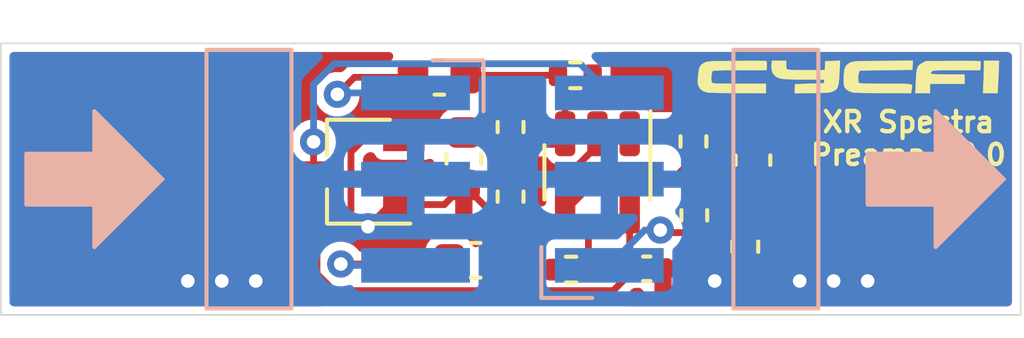
<source format=kicad_pcb>
(kicad_pcb (version 20211014) (generator pcbnew)
  (layers (0 "F.Cu" signal) (31 "B.Cu" signal) (34 "B.Paste" user) (35 "F.Paste" user) (36 "B.SilkS" user "B.Silkscreen") (37 "F.SilkS" user "F.Silkscreen") (38 "B.Mask" user) (39 "F.Mask" user) (44 "Edge.Cuts" user))
  (net 0 "")
  (net 1 "GND")
  (net 2 "Net-(C1-Pad1)")
  (net 3 "in+")
  (net 4 "Net-(C2-Pad1)")
  (net 5 "out")
  (net 6 "Net-(C3-Pad1)")
  (net 7 "vcc")
  (net 8 "in-")
  (net 9 "v+")
  (net 10 "/opamp_out")
  (net 11 "/op_amp+")
  (net 12 "/op_amp-")
  (footprint "Capacitor_SMD:C_0603_1608Metric" (layer "F.Cu") (at 114.97 92.39 180)
    (fp_text reference "C2" hide)
    (fp_text value "10uF")
    (fp_line (start -0.14058 -0.51) (end 0.14058 -0.51) (layer "F.SilkS") (width 0.12))
    (fp_line (start -0.14058 0.51) (end 0.14058 0.51) (layer "F.SilkS") (width 0.12))
    (pad "1" smd roundrect (at -0.775 0 180) (size 0.9 0.95) (layers "F.Cu" "F.Paste" "F.Mask") (net 4 "Net-(C2-Pad1)"))
    (pad "2" smd roundrect (at 0.775 0 180) (size 0.9 0.95) (layers "F.Cu" "F.Paste" "F.Mask") (net 8 "in-"))
  )
  (footprint "Capacitor_SMD:C_0603_1608Metric" (layer "F.Cu") (at 113.9 87 180)
    (fp_text reference "C1" hide)
    (fp_text value "10uF")
    (fp_line (start -0.14058 -0.51) (end 0.14058 -0.51) (layer "F.SilkS") (width 0.12))
    (fp_line (start -0.14058 0.51) (end 0.14058 0.51) (layer "F.SilkS") (width 0.12))
    (pad "1" smd roundrect (at -0.775 0 180) (size 0.9 0.95) (layers "F.Cu" "F.Paste" "F.Mask") (net 2 "Net-(C1-Pad1)"))
    (pad "2" smd roundrect (at 0.775 0 180) (size 0.9 0.95) (layers "F.Cu" "F.Paste" "F.Mask") (net 3 "in+"))
  )
  (footprint "Capacitor_SMD:C_0603_1608Metric" (layer "F.Cu") (at 123.125 89.44 90)
    (fp_text reference "C3" hide)
    (fp_text value "10uF")
    (fp_line (start -0.14058 0.51) (end 0.14058 0.51) (layer "F.SilkS") (width 0.12))
    (fp_line (start -0.14058 -0.51) (end 0.14058 -0.51) (layer "F.SilkS") (width 0.12))
    (pad "1" smd roundrect (at -0.775 0 90) (size 0.9 0.95) (layers "F.Cu" "F.Paste" "F.Mask") (net 6 "Net-(C3-Pad1)"))
    (pad "2" smd roundrect (at 0.775 0 90) (size 0.9 0.95) (layers "F.Cu" "F.Paste" "F.Mask") (net 10 "/opamp_out"))
  )
  (footprint "Resistor_SMD:R_0402_1005Metric" (layer "F.Cu") (at 117.9 86.94 180)
    (fp_text reference "R1" hide)
    (fp_text value "10k")
    (fp_line (start -0.153641 0.38) (end 0.153641 0.38) (layer "F.SilkS") (width 0.12))
    (fp_line (start -0.153641 -0.38) (end 0.153641 -0.38) (layer "F.SilkS") (width 0.12))
    (pad "1" smd roundrect (at -0.51 0 180) (size 0.54 0.64) (layers "F.Cu" "F.Paste" "F.Mask") (net 11 "/op_amp+"))
    (pad "2" smd roundrect (at 0.51 0 180) (size 0.54 0.64) (layers "F.Cu" "F.Paste" "F.Mask") (net 2 "Net-(C1-Pad1)"))
  )
  (footprint "Resistor_SMD:R_0402_1005Metric" (layer "F.Cu") (at 115.995 90.515 -90)
    (fp_text reference "R4" hide)
    (fp_text value "300k")
    (fp_line (start -0.153641 0.38) (end 0.153641 0.38) (layer "F.SilkS") (width 0.12))
    (fp_line (start -0.153641 -0.38) (end 0.153641 -0.38) (layer "F.SilkS") (width 0.12))
    (pad "1" smd roundrect (at -0.51 0 270) (size 0.54 0.64) (layers "F.Cu" "F.Paste" "F.Mask") (net 11 "/op_amp+"))
    (pad "2" smd roundrect (at 0.51 0 270) (size 0.54 0.64) (layers "F.Cu" "F.Paste" "F.Mask") (net 1 "GND"))
  )
  (footprint "Resistor_SMD:R_0402_1005Metric" (layer "F.Cu") (at 121.375 88.89 90)
    (fp_text reference "R5" hide)
    (fp_text value "150k")
    (fp_line (start -0.153641 -0.38) (end 0.153641 -0.38) (layer "F.SilkS") (width 0.12))
    (fp_line (start -0.153641 0.38) (end 0.153641 0.38) (layer "F.SilkS") (width 0.12))
    (pad "1" smd roundrect (at -0.51 0 90) (size 0.54 0.64) (layers "F.Cu" "F.Paste" "F.Mask") (net 12 "/op_amp-"))
    (pad "2" smd roundrect (at 0.51 0 90) (size 0.54 0.64) (layers "F.Cu" "F.Paste" "F.Mask") (net 10 "/opamp_out"))
  )
  (footprint "Capacitor_SMD:C_0603_1608Metric" (layer "F.Cu") (at 114.62 89.4 -90)
    (fp_text reference "C4" hide)
    (fp_text value "4.7uF")
    (fp_line (start -0.14058 0.51) (end 0.14058 0.51) (layer "F.SilkS") (width 0.12))
    (fp_line (start -0.14058 -0.51) (end 0.14058 -0.51) (layer "F.SilkS") (width 0.12))
    (pad "1" smd roundrect (at -0.775 0 270) (size 0.9 0.95) (layers "F.Cu" "F.Paste" "F.Mask") (net 7 "vcc"))
    (pad "2" smd roundrect (at 0.775 0 270) (size 0.9 0.95) (layers "F.Cu" "F.Paste" "F.Mask") (net 1 "GND"))
  )
  (footprint "Capacitor_SMD:C_0402_1005Metric" (layer "F.Cu") (at 120 92.64)
    (fp_text reference "C5" hide)
    (fp_text value "0.1uF")
    (fp_line (start -0.107836 0.36) (end 0.107836 0.36) (layer "F.SilkS") (width 0.12))
    (fp_line (start -0.107836 -0.36) (end 0.107836 -0.36) (layer "F.SilkS") (width 0.12))
    (pad "1" smd roundrect (at -0.48 0) (size 0.56 0.62) (layers "F.Cu" "F.Paste" "F.Mask") (net 7 "vcc"))
    (pad "2" smd roundrect (at 0.48 0) (size 0.56 0.62) (layers "F.Cu" "F.Paste" "F.Mask") (net 1 "GND"))
  )
  (footprint "Resistor_SMD:R_0402_1005Metric" (layer "F.Cu") (at 121.4 91.065 90)
    (fp_text reference "R7" hide)
    (fp_text value "4.7k")
    (fp_line (start -0.153641 -0.38) (end 0.153641 -0.38) (layer "F.SilkS") (width 0.12))
    (fp_line (start -0.153641 0.38) (end 0.153641 0.38) (layer "F.SilkS") (width 0.12))
    (pad "1" smd roundrect (at -0.51 0 90) (size 0.54 0.64) (layers "F.Cu" "F.Paste" "F.Mask") (net 5 "out"))
    (pad "2" smd roundrect (at 0.51 0 90) (size 0.54 0.64) (layers "F.Cu" "F.Paste" "F.Mask") (net 6 "Net-(C3-Pad1)"))
  )
  (footprint "Resistor_SMD:R_0402_1005Metric" (layer "F.Cu") (at 115.995 88.465 -90)
    (fp_text reference "R3" hide)
    (fp_text value "300k")
    (fp_line (start -0.153641 0.38) (end 0.153641 0.38) (layer "F.SilkS") (width 0.12))
    (fp_line (start -0.153641 -0.38) (end 0.153641 -0.38) (layer "F.SilkS") (width 0.12))
    (pad "1" smd roundrect (at -0.51 0 270) (size 0.54 0.64) (layers "F.Cu" "F.Paste" "F.Mask") (net 7 "vcc"))
    (pad "2" smd roundrect (at 0.51 0 270) (size 0.54 0.64) (layers "F.Cu" "F.Paste" "F.Mask") (net 11 "/op_amp+"))
  )
  (footprint "cycfi_library:cycfi-logo-9mm" (layer "F.Cu") (at 125.9 87)
    (fp_text reference "G***" hide)
    (fp_text value "LOGO" hide)
    (fp_poly (pts (xy -2.606136 -0.484692) (xy -2.500269 -0.483905) (xy -2.425954 -0.482649) (xy -2.387852 -0.480938) (xy -2.384106 -0.480311) (xy -2.370245 -0.453216) (xy -2.36575 -0.388498) (xy -2.367255 -0.341398) (xy -2.374427 -0.211667) (xy -3.150422 -0.211343) (xy -3.33571 -0.210743) (xy -3.505238 -0.209178) (xy -3.654479 -0.20676) (xy -3.778906 -0.2036) (xy -3.873992 -0.19981) (xy -3.935213 -0.195502) (xy -3.957405 -0.191419) (xy -3.975999 -0.15948) (xy -3.989729 -0.098927) (xy -3.997754 -0.023285) (xy -3.999235 0.053917) (xy -3.993334 0.119154) (xy -3.97921 0.158898) (xy -3.979143 0.158979) (xy -3.967139 0.167304) (xy -3.943693 0.174062) (xy -3.904843 0.179408) (xy -3.846632 0.183497) (xy -3.7651 0.186482) (xy -3.656288 0.18852) (xy -3.516237 0.189765) (xy -3.340987 0.190371) (xy -3.172408 0.1905) (xy -2.391833 0.1905) (xy -2.391833 0.465667) (xy -3.212042 0.463347) (xy -3.39843 0.462351) (xy -3.574922 0.460516) (xy -3.736234 0.457962) (xy -3.877083 0.454811) (xy -3.992184 0.451184) (xy -4.076253 0.447201) (xy -4.124007 0.442984) (xy -4.127468 0.442387) (xy -4.237424 0.406226) (xy -4.317774 0.344038) (xy -4.366982 0.269317) (xy -4.383859 0.230137) (xy -4.393526 0.189014) (xy -4.396618 0.135756) (xy -4.39377 0.060173) (xy -4.386272 -0.04003) (xy -4.373227 -0.166481) (xy -4.355529 -0.258677) (xy -4.329216 -0.324693) (xy -4.290324 -0.372602) (xy -4.234887 -0.410476) (xy -4.194507 -0.430605) (xy -4.168235 -0.442062) (xy -4.140875 -0.451473) (xy -4.108083 -0.459078) (xy -4.065515 -0.465119) (xy -4.008825 -0.469836) (xy -3.93367 -0.47347) (xy -3.835704 -0.476262) (xy -3.710584 -0.478454) (xy -3.553965 -0.480285) (xy -3.361503 -0.481997) (xy -3.251939 -0.482872) (xy -3.066458 -0.484099) (xy -2.893891 -0.484802) (xy -2.738897 -0.484995) (xy -2.606136 -0.484692)) (layer "F.SilkS") (width 0.01) (fill solid))
    (fp_poly (pts (xy 3.601083 -0.483366) (xy 3.725598 -0.481781) (xy 3.82245 -0.479437) (xy 3.886895 -0.476397) (xy 3.914183 -0.472723) (xy 3.914655 -0.472363) (xy 3.921066 -0.44327) (xy 3.922702 -0.386107) (xy 3.920451 -0.333375) (xy 3.911915 -0.211667) (xy 3.216886 -0.211667) (xy 3.023888 -0.211452) (xy 2.868889 -0.210674) (xy 2.747557 -0.209136) (xy 2.65556 -0.206639) (xy 2.588566 -0.202987) (xy 2.542242 -0.19798) (xy 2.512256 -0.191422) (xy 2.494275 -0.183114) (xy 2.488595 -0.178405) (xy 2.461562 -0.138698) (xy 2.455333 -0.114905) (xy 2.461169 -0.105134) (xy 2.481784 -0.097653) (xy 2.521844 -0.092178) (xy 2.586011 -0.088426) (xy 2.67895 -0.086113) (xy 2.805325 -0.084955) (xy 2.95275 -0.084667) (xy 3.450167 -0.084667) (xy 3.450167 0.1905) (xy 2.434167 0.1905) (xy 2.434167 0.465667) (xy 2.004584 0.465667) (xy 2.01942 0.121708) (xy 2.02731 -0.031755) (xy 2.037499 -0.149212) (xy 2.052219 -0.23699) (xy 2.073707 -0.301417) (xy 2.104196 -0.348819) (xy 2.145921 -0.385524) (xy 2.201117 -0.417858) (xy 2.211917 -0.423333) (xy 2.31775 -0.47625) (xy 3.109037 -0.482946) (xy 3.288056 -0.484011) (xy 3.453654 -0.48413) (xy 3.601083 -0.483366)) (layer "F.SilkS") (width 0.01) (fill solid))
    (fp_poly (pts (xy 1.921918 -0.355825) (xy 1.915583 -0.22225) (xy 1.143613 -0.211667) (xy 0.371644 -0.201083) (xy 0.344884 -0.148167) (xy 0.328601 -0.094057) (xy 0.320004 -0.02106) (xy 0.319185 0.056027) (xy 0.326238 0.122406) (xy 0.341256 0.163279) (xy 0.3429 0.1651) (xy 0.362102 0.172266) (xy 0.405894 0.178099) (xy 0.477147 0.182691) (xy 0.578729 0.186134) (xy 0.713509 0.18852) (xy 0.884355 0.18994) (xy 1.094138 0.190487) (xy 1.13665 0.1905) (xy 1.340032 0.190204) (xy 1.504955 0.18992) (xy 1.635284 0.190555) (xy 1.734882 0.193014) (xy 1.807616 0.198202) (xy 1.857349 0.207027) (xy 1.887946 0.220394) (xy 1.903272 0.239209) (xy 1.907192 0.264378) (xy 1.90357 0.296807) (xy 1.896271 0.337402) (xy 1.891539 0.367462) (xy 1.878079 0.465667) (xy 1.060748 0.463232) (xy 0.87575 0.462306) (xy 0.701564 0.460719) (xy 0.543319 0.458569) (xy 0.406143 0.455958) (xy 0.295162 0.452986) (xy 0.215506 0.449752) (xy 0.172301 0.446356) (xy 0.169333 0.44585) (xy 0.056788 0.409176) (xy -0.029687 0.352104) (xy -0.075909 0.292803) (xy -0.091755 0.252184) (xy -0.101041 0.199171) (xy -0.10458 0.124505) (xy -0.103181 0.018926) (xy -0.102323 -0.008464) (xy -0.09448 -0.141822) (xy -0.078914 -0.240873) (xy -0.052158 -0.313429) (xy -0.010749 -0.3673) (xy 0.048777 -0.410298) (xy 0.084204 -0.429075) (xy 0.108919 -0.440707) (xy 0.134212 -0.45029) (xy 0.164316 -0.45806) (xy 0.203464 -0.46425) (xy 0.255888 -0.469096) (xy 0.325819 -0.472831) (xy 0.417492 -0.475691) (xy 0.535137 -0.47791) (xy 0.682987 -0.479723) (xy 0.865275 -0.481363) (xy 1.054085 -0.482825) (xy 1.928253 -0.489399) (xy 1.921918 -0.355825)) (layer "F.SilkS") (width 0.01) (fill solid))
    (fp_poly (pts (xy -0.223543 -0.270606) (xy -0.232269 -0.094549) (xy -0.241056 0.044392) (xy -0.251401 0.151406) (xy -0.264802 0.231686) (xy -0.282756 0.290423) (xy -0.306759 0.332809) (xy -0.33831 0.364035) (xy -0.378906 0.389293) (xy -0.419545 0.408986) (xy -0.453791 0.423383) (xy -0.489979 0.434549) (xy -0.534112 0.443002) (xy -0.59219 0.44926) (xy -0.670217 0.453843) (xy -0.774192 0.457268) (xy -0.910118 0.460055) (xy -1.032935 0.461984) (xy -1.547287 0.469538) (xy -1.540935 0.335311) (xy -1.534583 0.201083) (xy -1.11125 0.189366) (xy -0.982182 0.185603) (xy -0.868453 0.181922) (xy -0.776504 0.178563) (xy -0.712772 0.175763) (xy -0.683699 0.173761) (xy -0.682625 0.173491) (xy -0.678616 0.15187) (xy -0.677333 0.116417) (xy -0.677333 0.0635) (xy -1.258375 0.0635) (xy -1.461394 0.062852) (xy -1.626894 0.060494) (xy -1.759675 0.0558) (xy -1.864537 0.048147) (xy -1.94628 0.03691) (xy -2.009705 0.021465) (xy -2.059613 0.001188) (xy -2.100802 -0.024544) (xy -2.131273 -0.050002) (xy -2.192661 -0.126738) (xy -2.224959 -0.221127) (xy -2.23039 -0.340742) (xy -2.227546 -0.37827) (xy -2.217114 -0.486833) (xy -1.799167 -0.486833) (xy -1.799167 -0.37465) (xy -1.794628 -0.30631) (xy -1.783016 -0.25406) (xy -1.773767 -0.237067) (xy -1.751575 -0.228564) (xy -1.701935 -0.221953) (xy -1.621767 -0.217096) (xy -1.507991 -0.213858) (xy -1.357526 -0.2121) (xy -1.203277 -0.211667) (xy -0.658187 -0.211667) (xy -0.651885 -0.343958) (xy -0.645583 -0.47625) (xy -0.429466 -0.482273) (xy -0.213349 -0.488295) (xy -0.223543 -0.270606)) (layer "F.SilkS") (width 0.01) (fill solid))
    (fp_poly (pts (xy 4.454186 -0.206375) (xy 4.448975 -0.07829) (xy 4.44287 0.056618) (xy 4.436672 0.181339) (xy 4.431735 0.269875) (xy 4.419882 0.465667) (xy 3.99389 0.465667) (xy 4.007778 0.144801) (xy 4.012847 0.01691) (xy 4.017088 -0.110605) (xy 4.020126 -0.224952) (xy 4.02159 -0.313337) (xy 4.021667 -0.331449) (xy 4.021667 -0.486833) (xy 4.464785 -0.486833) (xy 4.454186 -0.206375)) (layer "F.SilkS") (width 0.01) (fill solid))
  )
  (footprint "Resistor_SMD:R_0402_1005Metric" (layer "F.Cu") (at 117.775 92.665)
    (fp_text reference "R2" hide)
    (fp_text value "10k")
    (fp_line (start -0.153641 -0.38) (end 0.153641 -0.38) (layer "F.SilkS") (width 0.12))
    (fp_line (start -0.153641 0.38) (end 0.153641 0.38) (layer "F.SilkS") (width 0.12))
    (pad "1" smd roundrect (at -0.51 0) (size 0.54 0.64) (layers "F.Cu" "F.Paste" "F.Mask") (net 4 "Net-(C2-Pad1)"))
    (pad "2" smd roundrect (at 0.51 0) (size 0.54 0.64) (layers "F.Cu" "F.Paste" "F.Mask") (net 12 "/op_amp-"))
  )
  (footprint "Package_TO_SOT_SMD:SOT-23-5" (layer "F.Cu") (at 118.55 89.8 -90)
    (fp_text reference "U1" hide)
    (fp_text value "TLV170IDBV")
    (fp_line (start 0 1.56) (end 0.8 1.56) (layer "F.SilkS") (width 0.12))
    (fp_line (start 0 1.56) (end -0.8 1.56) (layer "F.SilkS") (width 0.12))
    (fp_line (start 0 -1.56) (end -1.8 -1.56) (layer "F.SilkS") (width 0.12))
    (fp_line (start 0 -1.56) (end 0.8 -1.56) (layer "F.SilkS") (width 0.12))
    (pad "1" smd roundrect (at -1.1375 -0.95 270) (size 1.325 0.6) (layers "F.Cu" "F.Paste" "F.Mask") (net 10 "/opamp_out"))
    (pad "2" smd roundrect (at -1.1375 0 270) (size 1.325 0.6) (layers "F.Cu" "F.Paste" "F.Mask") (net 1 "GND"))
    (pad "3" smd roundrect (at -1.1375 0.95 270) (size 1.325 0.6) (layers "F.Cu" "F.Paste" "F.Mask") (net 11 "/op_amp+"))
    (pad "4" smd roundrect (at 1.1375 0.95 270) (size 1.325 0.6) (layers "F.Cu" "F.Paste" "F.Mask") (net 12 "/op_amp-"))
    (pad "5" smd roundrect (at 1.1375 -0.95 270) (size 1.325 0.6) (layers "F.Cu" "F.Paste" "F.Mask") (net 7 "vcc"))
  )
  (footprint "Resistor_SMD:R_0402_1005Metric" (layer "F.Cu") (at 122.9 91.99 -90)
    (fp_text reference "R6" hide)
    (fp_text value "47k")
    (fp_line (start -0.153641 0.38) (end 0.153641 0.38) (layer "F.SilkS") (width 0.12))
    (fp_line (start -0.153641 -0.38) (end 0.153641 -0.38) (layer "F.SilkS") (width 0.12))
    (pad "1" smd roundrect (at -0.51 0 270) (size 0.54 0.64) (layers "F.Cu" "F.Paste" "F.Mask") (net 6 "Net-(C3-Pad1)"))
    (pad "2" smd roundrect (at 0.51 0 270) (size 0.54 0.64) (layers "F.Cu" "F.Paste" "F.Mask") (net 1 "GND"))
  )
  (footprint "Package_TO_SOT_SMD:TSOT-23" (layer "F.Cu") (at 111.545 89.8 180)
    (fp_text reference "Q1" hide)
    (fp_text value "q_pmos_gsd")
    (fp_line (start 0.93 -1.51) (end -1.5 -1.51) (layer "F.SilkS") (width 0.12))
    (fp_line (start 0.95 -1.5) (end 0.95 -0.5) (layer "F.SilkS") (width 0.12))
    (fp_line (start 0.95 0.5) (end 0.95 1.55) (layer "F.SilkS") (width 0.12))
    (fp_line (start 0.95 1.55) (end -0.9 1.55) (layer "F.SilkS") (width 0.12))
    (pad "1" smd rect (at -1.31 -0.95 180) (size 1.22 0.65) (layers "F.Cu" "F.Paste" "F.Mask") (net 1 "GND"))
    (pad "2" smd rect (at -1.31 0.95 180) (size 1.22 0.65) (layers "F.Cu" "F.Paste" "F.Mask") (net 7 "vcc"))
    (pad "3" smd rect (at 1.31 0 180) (size 1.22 0.65) (layers "F.Cu" "F.Paste" "F.Mask") (net 9 "v+"))
  )
  (footprint "cycfi_library:pin_header_1x3p_2.54mm_smd_horizontal" (layer "B.Cu") (at 118.9 92.54)
    (fp_text reference "J2" hide)
    (fp_text value "conn_1x3" hide)
    (fp_line (start 3.65 1.27) (end 6.15 1.27) (layer "B.SilkS") (width 0.12))
    (fp_line (start -2 0.96) (end -0.5 0.96) (layer "B.SilkS") (width 0.12))
    (fp_line (start 3.65 1.27) (end 3.65 -6.35) (layer "B.SilkS") (width 0.12))
    (fp_line (start -2 -0.54) (end -2 0.96) (layer "B.SilkS") (width 0.12))
    (fp_line (start 6.15 1.27) (end 6.15 -6.35) (layer "B.SilkS") (width 0.12))
    (fp_line (start 3.65 -6.35) (end 6.15 -6.35) (layer "B.SilkS") (width 0.12))
    (pad "1" smd rect (at 0 0) (size 3.2 1.02) (layers "B.Cu" "B.Paste" "B.Mask") (net 5 "out"))
    (pad "2" smd rect (at 0 -2.54) (size 3.2 1.02) (layers "B.Cu" "B.Paste" "B.Mask") (net 1 "GND"))
    (pad "3" smd rect (at 0 -5.08) (size 3.2 1.02) (layers "B.Cu" "B.Paste" "B.Mask") (net 9 "v+"))
  )
  (footprint "cycfi_library:pin_header_1x3p_2.54mm_smd_horizontal" (layer "B.Cu") (at 113.2 87.46 180)
    (fp_text reference "J1" hide)
    (fp_text value "conn_1x3" hide)
    (fp_line (start 3.65 1.27) (end 3.65 -6.35) (layer "B.SilkS") (width 0.12))
    (fp_line (start -2 0.96) (end -0.5 0.96) (layer "B.SilkS") (width 0.12))
    (fp_line (start 3.65 1.27) (end 6.15 1.27) (layer "B.SilkS") (width 0.12))
    (fp_line (start 3.65 -6.35) (end 6.15 -6.35) (layer "B.SilkS") (width 0.12))
    (fp_line (start 6.15 1.27) (end 6.15 -6.35) (layer "B.SilkS") (width 0.12))
    (fp_line (start -2 -0.54) (end -2 0.96) (layer "B.SilkS") (width 0.12))
    (pad "1" smd rect (at 0 0 180) (size 3.2 1.02) (layers "B.Cu" "B.Paste" "B.Mask") (net 3 "in+"))
    (pad "2" smd rect (at 0 -2.54 180) (size 3.2 1.02) (layers "B.Cu" "B.Paste" "B.Mask") (net 1 "GND"))
    (pad "3" smd rect (at 0 -5.08 180) (size 3.2 1.02) (layers "B.Cu" "B.Paste" "B.Mask") (net 8 "in-"))
  )
  (gr_poly (pts (xy 105.75 90) (xy 103.75 92) (xy 103.75 90.75) (xy 101.75 90.75) (xy 101.75 89.25) (xy 103.75 89.25) (xy 103.75 88)) (layer "B.SilkS") (width 0.12) (fill solid))
  (gr_poly (pts (xy 130.5 90) (xy 128.5 92) (xy 128.5 90.75) (xy 126.5 90.75) (xy 126.5 89.25) (xy 128.5 89.25) (xy 128.5 88)) (layer "B.SilkS") (width 0.12) (fill solid))
  (gr_rect (start 101 86) (end 131 94) (layer "Edge.Cuts") (width 0.05) (fill none))
  (gr_text "XR Spectra\nPreamp v2.0" (at 127.7 88.8) (layer "F.SilkS") (effects (font (size 0.6 0.6) (thickness 0.125))))
  (segment (start 115.47 91.025) (end 114.62 90.175) (width 0.2) (layer "F.Cu") (net 1))
  (segment (start 118.55 89.010717) (end 117.585237 89.97548) (width 0.2) (layer "F.Cu") (net 1))
  (segment (start 112.855 90.75) (end 112.45 90.75) (width 0.2) (layer "F.Cu") (net 1))
  (segment (start 114.045 90.75) (end 112.855 90.75) (width 0.2) (layer "F.Cu") (net 1))
  (segment (start 115.995 91.025) (end 115.47 91.025) (width 0.2) (layer "F.Cu") (net 1))
  (segment (start 114.62 90.175) (end 114.045 90.75) (width 0.2) (layer "F.Cu") (net 1))
  (segment (start 117.04452 89.97548) (end 115.995 91.025) (width 0.2) (layer "F.Cu") (net 1))
  (segment (start 118.55 88.6625) (end 118.55 89.010717) (width 0.2) (layer "F.Cu") (net 1))
  (segment (start 112.45 90.75) (end 111.8 91.4) (width 0.2) (layer "F.Cu") (net 1))
  (segment (start 117.585237 89.97548) (end 117.04452 89.97548) (width 0.2) (layer "F.Cu") (net 1))
  (via (at 126.5 93) (size 0.8) (drill 0.4) (layers "F.Cu" "B.Cu") (net 1))
  (via (at 122 93) (size 0.8) (drill 0.4) (layers "F.Cu" "B.Cu") (net 1))
  (via (at 124.5 93) (size 0.8) (drill 0.4) (layers "F.Cu" "B.Cu") (net 1))
  (via (at 107.5 93) (size 0.8) (drill 0.4) (layers "F.Cu" "B.Cu") (net 1))
  (via (at 106.5 93) (size 0.8) (drill 0.4) (layers "F.Cu" "B.Cu") (net 1))
  (via (at 108.5 93) (size 0.8) (drill 0.4) (layers "F.Cu" "B.Cu") (net 1))
  (via (at 111.8 91.4) (size 0.8) (drill 0.4) (layers "F.Cu" "B.Cu") (net 1))
  (via (at 125.5 93) (size 0.8) (drill 0.4) (layers "F.Cu" "B.Cu") (net 1))
  (segment (start 117.39 86.94) (end 114.735 86.94) (width 0.2) (layer "F.Cu") (net 2))
  (segment (start 114.735 86.94) (end 114.675 87) (width 0.2) (layer "F.Cu") (net 2))
  (segment (start 113.125 87) (end 111.4 87) (width 0.2) (layer "F.Cu") (net 3))
  (segment (start 111.4 87) (end 110.9 87.5) (width 0.2) (layer "F.Cu") (net 3))
  (via (at 110.9 87.5) (size 0.8) (drill 0.4) (layers "F.Cu" "B.Cu") (net 3))
  (segment (start 110.9 87.5) (end 110.94 87.46) (width 0.2) (layer "B.Cu") (net 3))
  (segment (start 110.94 87.46) (end 113.2 87.46) (width 0.2) (layer "B.Cu") (net 3))
  (segment (start 117.265 92.665) (end 116.02 92.665) (width 0.2) (layer "F.Cu") (net 4))
  (segment (start 116.02 92.665) (end 115.745 92.39) (width 0.2) (layer "F.Cu") (net 4))
  (segment (start 121.4 91.575) (end 120.475 91.575) (width 0.2) (layer "F.Cu") (net 5))
  (segment (start 120.475 91.575) (end 120.4 91.5) (width 0.2) (layer "F.Cu") (net 5))
  (via (at 120.4 91.5) (size 0.8) (drill 0.4) (layers "F.Cu" "B.Cu") (net 5))
  (segment (start 119.94 91.5) (end 118.9 92.54) (width 0.2) (layer "B.Cu") (net 5))
  (segment (start 120.4 91.5) (end 119.94 91.5) (width 0.2) (layer "B.Cu") (net 5))
  (segment (start 123.125 91.255) (end 122.9 91.48) (width 0.2) (layer "F.Cu") (net 6))
  (segment (start 123.125 90.215) (end 123.125 91.255) (width 0.2) (layer "F.Cu") (net 6))
  (segment (start 121.74 90.215) (end 121.4 90.555) (width 0.2) (layer "F.Cu") (net 6))
  (segment (start 123.125 90.215) (end 121.74 90.215) (width 0.2) (layer "F.Cu") (net 6))
  (segment (start 119.01548 93.28452) (end 119.52 92.78) (width 0.2) (layer "F.Cu") (net 7))
  (segment (start 114.62 88.625) (end 115.325 88.625) (width 0.2) (layer "F.Cu") (net 7))
  (segment (start 114.395 88.85) (end 114.62 88.625) (width 0.2) (layer "F.Cu") (net 7))
  (segment (start 119.5 90.9375) (end 119.5 92.62) (width 0.2) (layer "F.Cu") (net 7))
  (segment (start 111.65 88.85) (end 111.3 89.2) (width 0.2) (layer "F.Cu") (net 7))
  (segment (start 115.325 88.625) (end 115.995 87.955) (width 0.2) (layer "F.Cu") (net 7))
  (segment (start 111.3 90.9) (end 110.3 91.9) (width 0.2) (layer "F.Cu") (net 7))
  (segment (start 110.3 92.789259) (end 110.795261 93.28452) (width 0.2) (layer "F.Cu") (net 7))
  (segment (start 119.5 92.62) (end 119.52 92.64) (width 0.2) (layer "F.Cu") (net 7))
  (segment (start 112.855 88.85) (end 111.65 88.85) (width 0.2) (layer "F.Cu") (net 7))
  (segment (start 111.3 89.2) (end 111.3 90.9) (width 0.2) (layer "F.Cu") (net 7))
  (segment (start 110.3 91.9) (end 110.3 92.789259) (width 0.2) (layer "F.Cu") (net 7))
  (segment (start 110.795261 93.28452) (end 119.01548 93.28452) (width 0.2) (layer "F.Cu") (net 7))
  (segment (start 112.855 88.85) (end 114.395 88.85) (width 0.2) (layer "F.Cu") (net 7))
  (segment (start 119.52 92.78) (end 119.52 92.64) (width 0.2) (layer "F.Cu") (net 7))
  (segment (start 111 92.5) (end 114.085 92.5) (width 0.2) (layer "F.Cu") (net 8))
  (segment (start 114.085 92.5) (end 114.195 92.39) (width 0.2) (layer "F.Cu") (net 8))
  (via (at 111 92.5) (size 0.8) (drill 0.4) (layers "F.Cu" "B.Cu") (net 8))
  (segment (start 113.2 92.54) (end 111.04 92.54) (width 0.2) (layer "B.Cu") (net 8))
  (segment (start 111.04 92.54) (end 111 92.5) (width 0.2) (layer "B.Cu") (net 8))
  (segment (start 110.2 88.9) (end 110.2 89.765) (width 0.2) (layer "F.Cu") (net 9))
  (segment (start 110.2 89.765) (end 110.235 89.8) (width 0.2) (layer "F.Cu") (net 9))
  (via (at 110.2 88.9) (size 0.8) (drill 0.4) (layers "F.Cu" "B.Cu") (net 9))
  (segment (start 110.810741 86.6) (end 110.2 87.210741) (width 0.2) (layer "B.Cu") (net 9))
  (segment (start 118.04 86.6) (end 110.810741 86.6) (width 0.2) (layer "B.Cu") (net 9))
  (segment (start 118.9 87.46) (end 118.04 86.6) (width 0.2) (layer "B.Cu") (net 9))
  (segment (start 110.2 87.210741) (end 110.2 88.9) (width 0.2) (layer "B.Cu") (net 9))
  (segment (start 122.84 88.38) (end 123.125 88.665) (width 0.2) (layer "F.Cu") (net 10))
  (segment (start 121.375 88.38) (end 122.84 88.38) (width 0.2) (layer "F.Cu") (net 10))
  (segment (start 119.7825 88.38) (end 119.5 88.6625) (width 0.2) (layer "F.Cu") (net 10))
  (segment (start 121.375 88.38) (end 119.7825 88.38) (width 0.2) (layer "F.Cu") (net 10))
  (segment (start 117.6 87.75) (end 118.41 86.94) (width 0.2) (layer "F.Cu") (net 11))
  (segment (start 117.2875 88.975) (end 117.6 88.6625) (width 0.2) (layer "F.Cu") (net 11))
  (segment (start 115.995 88.975) (end 117.2875 88.975) (width 0.2) (layer "F.Cu") (net 11))
  (segment (start 115.995 90.005) (end 115.995 88.975) (width 0.2) (layer "F.Cu") (net 11))
  (segment (start 117.6 88.6625) (end 117.6 87.75) (width 0.2) (layer "F.Cu") (net 11))
  (segment (start 118.285 91.6225) (end 117.6 90.9375) (width 0.2) (layer "F.Cu") (net 12))
  (segment (start 117.6 90.9375) (end 118.56202 89.97548) (width 0.2) (layer "F.Cu") (net 12))
  (segment (start 118.56202 89.97548) (end 120.79952 89.97548) (width 0.2) (layer "F.Cu") (net 12))
  (segment (start 120.79952 89.97548) (end 121.375 89.4) (width 0.2) (layer "F.Cu") (net 12))
  (segment (start 118.285 92.665) (end 118.285 91.6225) (width 0.2) (layer "F.Cu") (net 12))
  (zone (net 1) (net_name "GND") (layer "F.Cu") (connect_pads (clearance 0.254)) (min_thickness 0.254) (fill yes (thermal_gap 0.508) (thermal_bridge_width 0.508))
    (polygon (pts (xy 131 94) (xy 101 94) (xy 101 86) (xy 131 86)))
  )
  (zone (net 1) (net_name "GND") (layer "B.Cu") (connect_pads (clearance 0.254)) (min_thickness 0.254) (fill yes (thermal_gap 0.508) (thermal_bridge_width 0.508))
    (polygon (pts (xy 131 94) (xy 101 94) (xy 101 86) (xy 131 86)))
  )
)
</source>
